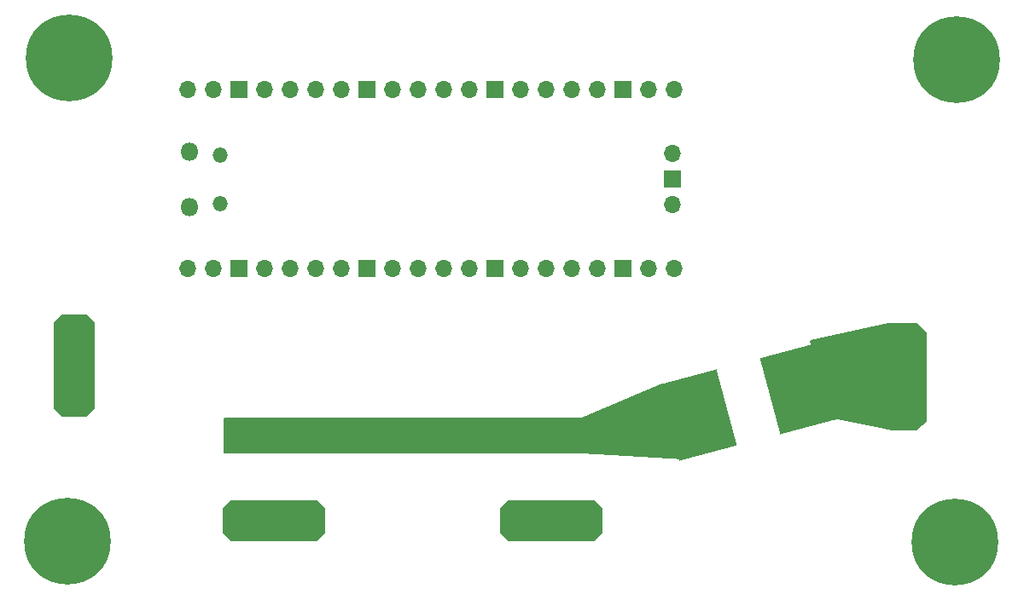
<source format=gbr>
%TF.GenerationSoftware,KiCad,Pcbnew,(6.0.7)*%
%TF.CreationDate,2022-09-20T09:41:07-05:00*%
%TF.ProjectId,BTSTest,42545354-6573-4742-9e6b-696361645f70,rev?*%
%TF.SameCoordinates,Original*%
%TF.FileFunction,Soldermask,Bot*%
%TF.FilePolarity,Negative*%
%FSLAX46Y46*%
G04 Gerber Fmt 4.6, Leading zero omitted, Abs format (unit mm)*
G04 Created by KiCad (PCBNEW (6.0.7)) date 2022-09-20 09:41:07*
%MOMM*%
%LPD*%
G01*
G04 APERTURE LIST*
G04 Aperture macros list*
%AMRotRect*
0 Rectangle, with rotation*
0 The origin of the aperture is its center*
0 $1 length*
0 $2 width*
0 $3 Rotation angle, in degrees counterclockwise*
0 Add horizontal line*
21,1,$1,$2,0,0,$3*%
%AMOutline5P*
0 Free polygon, 5 corners , with rotation*
0 The origin of the aperture is its center*
0 number of corners: always 5*
0 $1 to $10 corner X, Y*
0 $11 Rotation angle, in degrees counterclockwise*
0 create outline with 5 corners*
4,1,5,$1,$2,$3,$4,$5,$6,$7,$8,$9,$10,$1,$2,$11*%
%AMOutline6P*
0 Free polygon, 6 corners , with rotation*
0 The origin of the aperture is its center*
0 number of corners: always 6*
0 $1 to $12 corner X, Y*
0 $13 Rotation angle, in degrees counterclockwise*
0 create outline with 6 corners*
4,1,6,$1,$2,$3,$4,$5,$6,$7,$8,$9,$10,$11,$12,$1,$2,$13*%
%AMOutline7P*
0 Free polygon, 7 corners , with rotation*
0 The origin of the aperture is its center*
0 number of corners: always 7*
0 $1 to $14 corner X, Y*
0 $15 Rotation angle, in degrees counterclockwise*
0 create outline with 7 corners*
4,1,7,$1,$2,$3,$4,$5,$6,$7,$8,$9,$10,$11,$12,$13,$14,$1,$2,$15*%
%AMOutline8P*
0 Free polygon, 8 corners , with rotation*
0 The origin of the aperture is its center*
0 number of corners: always 8*
0 $1 to $16 corner X, Y*
0 $17 Rotation angle, in degrees counterclockwise*
0 create outline with 8 corners*
4,1,8,$1,$2,$3,$4,$5,$6,$7,$8,$9,$10,$11,$12,$13,$14,$15,$16,$1,$2,$17*%
G04 Aperture macros list end*
%ADD10C,0.200000*%
%ADD11C,4.700000*%
%ADD12C,8.600000*%
%ADD13R,0.750000X0.750000*%
%ADD14Outline6P,-2.540000X1.200000X-1.740000X2.000000X2.540000X2.000000X2.540000X-2.000000X-1.740000X-2.000000X-2.540000X-1.200000X90.000000*%
%ADD15Outline6P,-2.540000X2.000000X1.740000X2.000000X2.540000X1.200000X2.540000X-1.200000X1.740000X-2.000000X-2.540000X-2.000000X90.000000*%
%ADD16Outline6P,-2.540000X1.200000X-1.740000X2.000000X2.540000X2.000000X2.540000X-2.000000X-1.740000X-2.000000X-2.540000X-1.200000X0.000000*%
%ADD17Outline6P,-2.540000X2.000000X1.740000X2.000000X2.540000X1.200000X2.540000X-1.200000X1.740000X-2.000000X-2.540000X-2.000000X0.000000*%
%ADD18O,1.800000X1.800000*%
%ADD19O,1.500000X1.500000*%
%ADD20O,1.700000X1.700000*%
%ADD21R,1.700000X1.700000*%
%ADD22RotRect,7.810000X5.870000X105.000000*%
G04 APERTURE END LIST*
D10*
G36*
X172991077Y-75207442D02*
G01*
X172991077Y-83907442D01*
X172091077Y-84807442D01*
X169691077Y-84807442D01*
X164291077Y-83707442D01*
X163691077Y-83807442D01*
X161591077Y-76007442D01*
X169291077Y-74307442D01*
X172091077Y-74307442D01*
X172991077Y-75207442D01*
G37*
X172991077Y-75207442D02*
X172991077Y-83907442D01*
X172091077Y-84807442D01*
X169691077Y-84807442D01*
X164291077Y-83707442D01*
X163691077Y-83807442D01*
X161591077Y-76007442D01*
X169291077Y-74307442D01*
X172091077Y-74307442D01*
X172991077Y-75207442D01*
G36*
X148995022Y-87697130D02*
G01*
X138895022Y-87097130D01*
X103395022Y-87097130D01*
X103395022Y-83697130D01*
X138895022Y-83697130D01*
X146795022Y-80297130D01*
X148995022Y-87697130D01*
G37*
X148995022Y-87697130D02*
X138895022Y-87097130D01*
X103395022Y-87097130D01*
X103395022Y-83697130D01*
X138895022Y-83697130D01*
X146795022Y-80297130D01*
X148995022Y-87697130D01*
D11*
%TO.C,H1*%
X176000000Y-48000000D03*
D12*
X176000000Y-48000000D03*
%TD*%
D11*
%TO.C,H3*%
X175850000Y-96000000D03*
D12*
X175850000Y-96000000D03*
%TD*%
%TO.C,H4*%
X87850000Y-95850000D03*
D11*
X87850000Y-95850000D03*
%TD*%
D13*
%TO.C,U1*%
X105865200Y-84047350D03*
X109465200Y-84047350D03*
X108565200Y-86747350D03*
X111265200Y-86747350D03*
X106765200Y-84947350D03*
X105865200Y-85847350D03*
X107665200Y-85847350D03*
X112165200Y-86747350D03*
X112165200Y-85847350D03*
X104065200Y-85847350D03*
X111265200Y-84047350D03*
X111265200Y-85847350D03*
X104965200Y-84947350D03*
X109465200Y-84947350D03*
X105865200Y-84947350D03*
X109465200Y-85847350D03*
X105865200Y-86747350D03*
X104065200Y-84947350D03*
X112165200Y-84947350D03*
X108565200Y-85847350D03*
X111265200Y-84947350D03*
X110365200Y-86747350D03*
X104065200Y-84047350D03*
X107665200Y-84947350D03*
X112165200Y-84047350D03*
X106765200Y-84047350D03*
X104965200Y-86747350D03*
X104965200Y-84047350D03*
X106765200Y-86747350D03*
X108565200Y-84047350D03*
X110365200Y-84947350D03*
X110365200Y-85847350D03*
X106765200Y-85847350D03*
X107665200Y-84047350D03*
X107665200Y-86747350D03*
X104065200Y-86747350D03*
X110365200Y-84047350D03*
X109465200Y-86747350D03*
X104965200Y-85847350D03*
X108565200Y-84947350D03*
%TD*%
D14*
%TO.C,U4*%
X170825000Y-82195000D03*
D15*
X170825000Y-77120000D03*
%TD*%
D13*
%TO.C,U5*%
X136532100Y-84097350D03*
X137432100Y-85897350D03*
X138332100Y-84997350D03*
X137432100Y-84997350D03*
X138332100Y-86797350D03*
X133832100Y-84997350D03*
X138332100Y-84097350D03*
X137432100Y-84097350D03*
X135632100Y-84997350D03*
X136532100Y-84997350D03*
X133832100Y-86797350D03*
X134732100Y-84097350D03*
X134732100Y-84997350D03*
X136532100Y-86797350D03*
X134732100Y-86797350D03*
X135632100Y-85897350D03*
X135632100Y-86797350D03*
X133832100Y-85897350D03*
X133832100Y-84097350D03*
X138332100Y-85897350D03*
X135632100Y-84097350D03*
X134732100Y-85897350D03*
X137432100Y-86797350D03*
X136532100Y-85897350D03*
%TD*%
D11*
%TO.C,H2*%
X88000000Y-47850000D03*
D12*
X88000000Y-47850000D03*
%TD*%
D15*
%TO.C,H5*%
X88500000Y-75875000D03*
D14*
X88500000Y-80950000D03*
%TD*%
D16*
%TO.C,J2*%
X133295000Y-93805000D03*
D17*
X138370000Y-93805000D03*
%TD*%
D16*
%TO.C,J1*%
X105745000Y-93825000D03*
D17*
X110820000Y-93825000D03*
%TD*%
D18*
%TO.C,U2*%
X99925000Y-62660000D03*
D19*
X102955000Y-62360000D03*
D18*
X99925000Y-57210000D03*
D19*
X102955000Y-57510000D03*
D20*
X99795000Y-68825000D03*
X102335000Y-68825000D03*
D21*
X104875000Y-68825000D03*
D20*
X107415000Y-68825000D03*
X109955000Y-68825000D03*
X112495000Y-68825000D03*
X115035000Y-68825000D03*
D21*
X117575000Y-68825000D03*
D20*
X120115000Y-68825000D03*
X122655000Y-68825000D03*
X125195000Y-68825000D03*
X127735000Y-68825000D03*
D21*
X130275000Y-68825000D03*
D20*
X132815000Y-68825000D03*
X135355000Y-68825000D03*
X137895000Y-68825000D03*
X140435000Y-68825000D03*
D21*
X142975000Y-68825000D03*
D20*
X145515000Y-68825000D03*
X148055000Y-68825000D03*
X148055000Y-51045000D03*
X145515000Y-51045000D03*
D21*
X142975000Y-51045000D03*
D20*
X140435000Y-51045000D03*
X137895000Y-51045000D03*
X135355000Y-51045000D03*
X132815000Y-51045000D03*
D21*
X130275000Y-51045000D03*
D20*
X127735000Y-51045000D03*
X125195000Y-51045000D03*
X122655000Y-51045000D03*
X120115000Y-51045000D03*
D21*
X117575000Y-51045000D03*
D20*
X115035000Y-51045000D03*
X112495000Y-51045000D03*
X109955000Y-51045000D03*
X107415000Y-51045000D03*
D21*
X104875000Y-51045000D03*
D20*
X102335000Y-51045000D03*
X99795000Y-51045000D03*
X147825000Y-62475000D03*
D21*
X147825000Y-59935000D03*
D20*
X147825000Y-57395000D03*
%TD*%
D22*
%TO.C,R25*%
X160403837Y-80681906D03*
X150416163Y-83358094D03*
%TD*%
M02*

</source>
